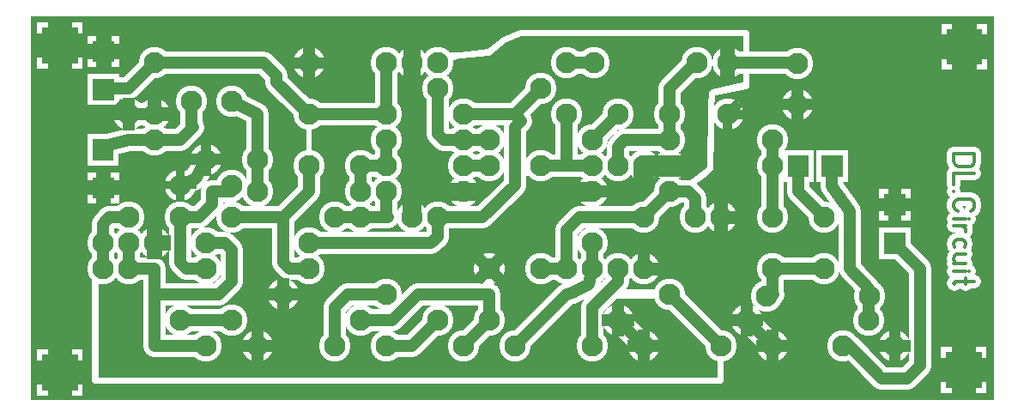
<source format=gbr>
%FSLAX34Y34*%
%MOMM*%
%LNCOPPER_BOTTOM*%
G71*
G01*
%ADD10C, 3.100*%
%ADD11C, 2.200*%
%ADD12C, 0.600*%
%ADD13C, 0.800*%
%ADD14C, 1.365*%
%ADD15C, 0.150*%
%ADD16C, 0.200*%
%ADD17C, 1.148*%
%ADD18C, 2.100*%
%ADD19C, 1.498*%
%ADD20C, 1.778*%
%ADD21C, 1.085*%
%ADD22C, 1.946*%
%ADD23C, 1.428*%
%ADD24C, 0.980*%
%ADD25C, 1.260*%
%ADD26C, 1.687*%
%ADD27C, 1.302*%
%ADD28C, 1.365*%
%ADD29C, 0.805*%
%ADD30C, 1.883*%
%ADD31C, 2.415*%
%ADD32C, 1.281*%
%ADD33C, 1.442*%
%ADD34C, 2.100*%
%ADD35C, 1.200*%
%ADD36C, 0.365*%
%LPD*%
G36*
X0Y1000000D02*
X950000Y1000000D01*
X950000Y622000D01*
X0Y622000D01*
X0Y1000000D01*
G37*
%LPC*%
X657125Y954405D02*
G54D10*
D03*
X555525Y954405D02*
G54D10*
D03*
X502820Y929005D02*
G54D10*
D03*
X401220Y929005D02*
G54D10*
D03*
X553620Y878205D02*
G54D10*
D03*
X452020Y878205D02*
G54D10*
D03*
X350420Y725805D02*
G54D10*
D03*
X248820Y725805D02*
G54D10*
D03*
X629820Y852805D02*
G54D10*
D03*
X731420Y852805D02*
G54D10*
D03*
X502820Y852805D02*
G54D10*
D03*
X502820Y751205D02*
G54D10*
D03*
X452020Y852805D02*
G54D10*
D03*
X452020Y751205D02*
G54D10*
D03*
X401220Y802005D02*
G54D10*
D03*
X401220Y700405D02*
G54D10*
D03*
X629820Y827405D02*
G54D10*
D03*
X629820Y725805D02*
G54D10*
D03*
X325020Y827405D02*
G54D10*
D03*
X223420Y827405D02*
G54D10*
D03*
X274220Y776605D02*
G54D10*
D03*
X172620Y776605D02*
G54D10*
D03*
X274220Y751205D02*
G54D10*
D03*
X172620Y751205D02*
G54D10*
D03*
X121820Y878205D02*
G54D10*
D03*
X121820Y776605D02*
G54D10*
D03*
X96420Y903605D02*
G54D10*
D03*
X96420Y802005D02*
G54D10*
D03*
X147220Y802005D02*
G54D10*
D03*
X147220Y700405D02*
G54D10*
D03*
X299620Y802005D02*
G54D10*
D03*
X198020Y802005D02*
G54D10*
D03*
X426620Y903605D02*
G54D10*
D03*
X426620Y878205D02*
G54D10*
D03*
X426620Y852805D02*
G54D10*
D03*
X426620Y827405D02*
G54D10*
D03*
X350420Y903605D02*
G54D10*
D03*
X350420Y878205D02*
G54D10*
D03*
X350420Y852805D02*
G54D10*
D03*
X350420Y827405D02*
G54D10*
D03*
X223420Y859155D02*
G54D10*
D03*
X172620Y859155D02*
G54D10*
D03*
X325020Y852805D02*
G54D10*
D03*
X274220Y852805D02*
G54D10*
D03*
X629820Y903605D02*
G54D10*
D03*
X579020Y903605D02*
G54D10*
D03*
X553620Y827405D02*
G54D10*
D03*
X553620Y776605D02*
G54D10*
D03*
X731420Y802005D02*
G54D10*
D03*
X731420Y751205D02*
G54D10*
D03*
X782220Y802005D02*
G54D10*
D03*
X782220Y751205D02*
G54D10*
D03*
X687018Y954168D02*
G54D10*
D03*
X687018Y903368D02*
G54D10*
D03*
X604420Y802005D02*
G54D10*
D03*
X604420Y751205D02*
G54D10*
D03*
X579020Y751205D02*
G54D10*
D03*
X553620Y751205D02*
G54D10*
D03*
X528220Y751205D02*
G54D10*
D03*
X401220Y954405D02*
G54D10*
D03*
X375820Y954405D02*
G54D10*
D03*
X350420Y954405D02*
G54D10*
D03*
X680620Y802005D02*
G54D10*
D03*
X655220Y802005D02*
G54D10*
D03*
X158020Y916305D02*
G54D10*
D03*
X198020Y916305D02*
G54D10*
D03*
X71020Y751205D02*
G54D10*
D03*
X96420Y751205D02*
G54D10*
D03*
X71020Y776605D02*
G54D10*
D03*
X96420Y776605D02*
G54D10*
D03*
X827061Y724521D02*
G54D10*
D03*
X725461Y724521D02*
G54D10*
D03*
X604420Y852805D02*
G54D10*
D03*
X579020Y852805D02*
G54D10*
D03*
X553620Y852805D02*
G54D10*
D03*
X121820Y954405D02*
G54D10*
D03*
X121820Y903605D02*
G54D10*
D03*
X528220Y954405D02*
G54D10*
D03*
X528220Y903605D02*
G54D10*
D03*
X198020Y833755D02*
G54D10*
D03*
X147220Y833755D02*
G54D10*
D03*
X375820Y802005D02*
G54D10*
D03*
X325020Y802005D02*
G54D10*
D03*
X274420Y954205D02*
G54D10*
D03*
X274420Y903405D02*
G54D10*
D03*
X826670Y700405D02*
G54D10*
D03*
G54D11*
X452020Y852805D02*
X426620Y852805D01*
G54D11*
X452020Y878205D02*
X426620Y878205D01*
G54D11*
X299620Y802005D02*
X325020Y802005D01*
X352020Y802005D01*
X350420Y803605D01*
X350420Y827405D01*
G54D11*
X325020Y827405D02*
X325020Y852805D01*
X350420Y852805D01*
X350420Y878205D01*
G54D11*
X350420Y903605D02*
X350420Y954405D01*
G54D11*
X629820Y903605D02*
X629820Y929005D01*
X655220Y954405D01*
G54D11*
X553620Y878205D02*
X579020Y903605D01*
G54D11*
X528220Y954405D02*
X553620Y954405D01*
G54D11*
X502820Y929005D02*
X477420Y903605D01*
X426620Y903605D01*
G54D11*
X477420Y903605D02*
X483770Y897255D01*
X477420Y890905D01*
X477420Y833755D01*
X445670Y802005D01*
X401220Y802005D01*
G54D11*
X121820Y954405D02*
X229770Y954405D01*
X242470Y941705D01*
X242470Y935355D01*
X274420Y903405D01*
G54D11*
X350420Y903605D02*
X350220Y903405D01*
X274420Y903405D01*
G54D11*
X198020Y916305D02*
X223420Y903605D01*
X223420Y852805D01*
G54D11*
X223420Y827405D02*
X223420Y852805D01*
G54D11*
X147220Y833755D02*
X162220Y840105D01*
X172620Y859155D01*
G54D11*
X147220Y802005D02*
X166270Y802005D01*
X178970Y814705D01*
X178970Y827405D01*
X198020Y827405D01*
G54D11*
X71020Y868680D02*
X76200Y873125D01*
X96420Y878205D01*
X121820Y878205D01*
G54D11*
X121820Y878205D02*
X147220Y878205D01*
X159920Y890905D01*
X158020Y892805D01*
X158020Y916305D01*
G54D11*
X756820Y852805D02*
X756820Y827405D01*
X782220Y802005D01*
G54D11*
X790475Y852805D02*
X789921Y833080D01*
X807620Y808355D01*
X807620Y751205D01*
X826298Y732155D01*
X826670Y700405D01*
G54D11*
X782220Y751205D02*
X731420Y751205D01*
G54D11*
X732055Y725805D02*
X731420Y726440D01*
X731420Y751205D01*
G54D11*
X629820Y827405D02*
X604420Y802005D01*
X540920Y802005D01*
X528220Y789305D01*
X528220Y751205D01*
X502820Y751205D01*
G54D11*
X553620Y751205D02*
X553620Y776605D01*
G54D11*
X629820Y827405D02*
X648870Y827405D01*
X655220Y821055D01*
X655220Y802005D01*
G54D11*
X579020Y852805D02*
X579020Y871855D01*
X585370Y878205D01*
X629820Y878205D01*
G54D11*
X96420Y751205D02*
X121820Y751205D01*
X121820Y725805D01*
X185320Y725805D01*
X198020Y738505D01*
G54D11*
X198020Y738505D02*
X198020Y770255D01*
X191670Y776605D01*
X172620Y776605D01*
G54D11*
X172620Y751205D02*
X153570Y751205D01*
X147220Y757555D01*
X147220Y802005D01*
G54D11*
X96420Y802005D02*
X77370Y802005D01*
X71020Y795655D01*
X71020Y776605D01*
G54D11*
X96420Y751205D02*
X96420Y776605D01*
G54D11*
X71020Y776605D02*
X71020Y751205D01*
G54D11*
X71020Y929005D02*
X96420Y929005D01*
X121820Y954405D01*
G54D11*
X502820Y852805D02*
X553620Y852805D01*
G54D11*
X528220Y903605D02*
X528220Y852805D01*
X350420Y675005D02*
G54D10*
D03*
X299620Y675005D02*
G54D10*
D03*
X325020Y700405D02*
G54D10*
D03*
X477420Y675005D02*
G54D10*
D03*
X426620Y675005D02*
G54D10*
D03*
X452020Y700405D02*
G54D10*
D03*
X604420Y675005D02*
G54D10*
D03*
X553620Y675005D02*
G54D10*
D03*
X579020Y700405D02*
G54D10*
D03*
X731420Y675005D02*
G54D10*
D03*
X680620Y675005D02*
G54D10*
D03*
X706020Y700405D02*
G54D10*
D03*
X852070Y675005D02*
G54D10*
D03*
X801270Y675005D02*
G54D10*
D03*
X826670Y700405D02*
G54D10*
D03*
X223420Y675005D02*
G54D10*
D03*
X172620Y675005D02*
G54D10*
D03*
X198020Y700405D02*
G54D10*
D03*
G54D11*
X731420Y675005D02*
X706020Y700405D01*
G54D11*
X629820Y725805D02*
X680620Y675005D01*
G54D11*
X604420Y675005D02*
X579020Y700405D01*
G54D11*
X553620Y675005D02*
X553620Y713105D01*
X579020Y738505D01*
X579020Y751205D01*
G54D11*
X477420Y675005D02*
X528220Y725805D01*
X533850Y727598D01*
X550402Y736177D01*
X553620Y751205D01*
G54D11*
X452020Y700405D02*
X426620Y675005D01*
G54D11*
X350420Y675005D02*
X375820Y675005D01*
X401220Y700405D01*
G54D11*
X299620Y675005D02*
X299620Y713105D01*
X312320Y725805D01*
X350420Y725805D01*
G54D11*
X147220Y700405D02*
X198020Y700405D01*
G54D11*
X172620Y675005D02*
X121820Y675005D01*
X121820Y725805D01*
G54D11*
X198020Y802005D02*
X248820Y802005D01*
X274220Y827405D01*
X274220Y852805D01*
G54D11*
X248820Y802005D02*
X248820Y757555D01*
X255170Y751205D01*
X274220Y751205D01*
G54D11*
X274220Y776605D02*
X394870Y776605D01*
X401220Y782955D01*
X401220Y802005D01*
G54D11*
X401220Y929005D02*
X401220Y884555D01*
X407570Y878205D01*
X426620Y878205D01*
G54D11*
X96420Y903605D02*
X121820Y903605D01*
G54D11*
X452020Y700405D02*
X452020Y725805D01*
X382170Y725805D01*
G54D11*
X325020Y700405D02*
X356770Y700405D01*
X382170Y725805D01*
G54D11*
X807620Y675005D02*
X839370Y643255D01*
X864770Y643255D01*
X877470Y655955D01*
X877470Y751205D01*
X852070Y776605D01*
X657125Y954405D02*
G54D10*
D03*
G54D11*
X629820Y903605D02*
X629820Y878205D01*
X731398Y878384D02*
G54D10*
D03*
G54D11*
X731420Y852805D02*
X731420Y802005D01*
G36*
X62815Y783565D02*
X62815Y739165D01*
X62815Y739165D01*
X62815Y783565D01*
G37*
G54D12*
X62815Y783565D02*
X62815Y739165D01*
X62815Y739165D01*
X62815Y783565D01*
G54D11*
X731420Y852805D02*
X731420Y878362D01*
X731398Y878384D01*
G54D11*
X687018Y954168D02*
X755010Y954405D01*
X755965Y953450D01*
G36*
X704850Y946150D02*
X704850Y933450D01*
X704835Y932027D01*
X671444Y925289D01*
X670169Y914044D01*
X670256Y908524D01*
X670493Y900488D01*
X670877Y892925D01*
X670166Y883960D01*
X670256Y882650D01*
X670030Y851333D01*
X666850Y847647D01*
X661620Y843305D01*
X649832Y835119D01*
X670019Y850426D01*
X670256Y913074D01*
X672353Y926062D01*
X704850Y933450D01*
X704850Y946150D01*
G37*
G54D12*
X704850Y946150D02*
X704850Y933450D01*
X704835Y932027D01*
X671444Y925289D01*
X670169Y914044D01*
X670256Y908524D01*
X670493Y900488D01*
X670877Y892925D01*
X670166Y883960D01*
X670256Y882650D01*
X670030Y851333D01*
X666850Y847647D01*
X661620Y843305D01*
X649832Y835119D01*
X670019Y850426D01*
X670256Y913074D01*
X672353Y926062D01*
X704850Y933450D01*
X704850Y946150D01*
G36*
X393231Y960389D02*
X403125Y954405D01*
X395605Y939800D01*
X396635Y942496D01*
X393945Y961062D01*
X393231Y960389D01*
G37*
G54D13*
X393231Y960389D02*
X403125Y954405D01*
X395605Y939800D01*
X396635Y942496D01*
X393945Y961062D01*
X393231Y960389D01*
G36*
X393945Y961062D02*
X416061Y960905D01*
X421965Y962335D01*
X422953Y962251D01*
X450850Y965200D01*
X466519Y977199D01*
X482600Y984250D01*
X704850Y984250D01*
X704850Y971550D01*
X704370Y959255D01*
X704850Y971550D01*
X704850Y984250D01*
X482600Y984250D01*
X466520Y977095D01*
X451263Y964993D01*
X423897Y962117D01*
X414422Y961974D01*
X393945Y961062D01*
G37*
G54D12*
X393945Y961062D02*
X416061Y960905D01*
X421965Y962335D01*
X422953Y962251D01*
X450850Y965200D01*
X466519Y977199D01*
X482600Y984250D01*
X704850Y984250D01*
X704850Y971550D01*
X704370Y959255D01*
X704850Y971550D01*
X704850Y984250D01*
X482600Y984250D01*
X466520Y977095D01*
X451263Y964993D01*
X423897Y962117D01*
X414422Y961974D01*
X393945Y961062D01*
G54D14*
X910123Y864620D02*
X930568Y864620D01*
X930568Y856953D01*
X929290Y853886D01*
X926734Y852353D01*
X913956Y852353D01*
X911401Y853886D01*
X910123Y856953D01*
X910123Y864620D01*
G54D14*
X930568Y845197D02*
X910123Y845197D01*
X910123Y834463D01*
G54D14*
X910123Y827308D02*
X910123Y827308D01*
G54D14*
X913956Y807885D02*
X911401Y809418D01*
X910123Y812485D01*
X910123Y815552D01*
X911401Y818618D01*
X913956Y820152D01*
X926734Y820152D01*
X929290Y818618D01*
X930568Y815552D01*
X930568Y812485D01*
X929290Y809418D01*
X926734Y807885D01*
G54D14*
X910123Y800729D02*
X921623Y800729D01*
G54D14*
X925456Y800729D02*
X925456Y800729D01*
G54D14*
X910123Y793573D02*
X921623Y793573D01*
G54D14*
X919068Y793573D02*
X921623Y790506D01*
X921623Y787439D01*
G54D14*
X920856Y772617D02*
X921623Y775684D01*
X920856Y778750D01*
X918301Y780284D01*
X913190Y780284D01*
X910634Y778750D01*
X910123Y775684D01*
X910634Y772617D01*
G54D14*
X921623Y756261D02*
X910123Y756261D01*
G54D14*
X912679Y756261D02*
X910634Y757794D01*
X910123Y760861D01*
X910634Y763927D01*
X912679Y765461D01*
X921623Y765461D01*
G54D14*
X910123Y749105D02*
X921623Y749105D01*
G54D14*
X925456Y749105D02*
X925456Y749105D01*
G54D14*
X930568Y738882D02*
X911401Y738882D01*
X910123Y737349D01*
X910634Y735815D01*
G54D14*
X921623Y741949D02*
X921623Y735815D01*
X71020Y776605D02*
G54D10*
D03*
X96420Y776605D02*
G54D10*
D03*
X96420Y751205D02*
G54D10*
D03*
X71020Y751205D02*
G54D10*
D03*
G36*
X276244Y890226D02*
X275831Y863628D01*
X272327Y863628D01*
X272327Y890226D01*
X276244Y890226D01*
G37*
G54D15*
X276244Y890226D02*
X275831Y863628D01*
X272327Y863628D01*
X272327Y890226D01*
X276244Y890226D01*
G36*
X56096Y912714D02*
X56096Y943714D01*
X87096Y943714D01*
X87096Y912714D01*
X56096Y912714D01*
G37*
G36*
X741320Y868305D02*
X772320Y868305D01*
X772320Y837305D01*
X741320Y837305D01*
X741320Y868305D01*
G37*
X629820Y878205D02*
G54D10*
D03*
X731420Y878205D02*
G54D10*
D03*
G36*
X483820Y859815D02*
X502820Y859815D01*
X502820Y843915D01*
X483820Y843915D01*
X483820Y859815D01*
G37*
G54D16*
X483820Y859815D02*
X502820Y859815D01*
X502820Y843915D01*
X483820Y843915D01*
X483820Y859815D01*
X755965Y913450D02*
G54D10*
D03*
X755965Y953450D02*
G54D10*
D03*
G36*
X898250Y992780D02*
X943250Y992780D01*
X943250Y947780D01*
X898250Y947780D01*
X898250Y992780D01*
G37*
G36*
X897615Y674010D02*
X942615Y674010D01*
X942615Y629010D01*
X897615Y629010D01*
X897615Y674010D01*
G37*
G36*
X6075Y994050D02*
X51075Y994050D01*
X51075Y949050D01*
X6075Y949050D01*
X6075Y994050D01*
G37*
G36*
X6075Y671470D02*
X51075Y671470D01*
X51075Y626470D01*
X6075Y626470D01*
X6075Y671470D01*
G37*
G36*
X603250Y641350D02*
X349250Y641350D01*
X95250Y641350D01*
X603250Y641350D01*
G37*
G54D12*
X603250Y641350D02*
X349250Y641350D01*
X95250Y641350D01*
X603250Y641350D01*
G36*
X62815Y739165D02*
X63500Y739165D01*
X63500Y641350D01*
X62815Y641350D01*
X62815Y739165D01*
G37*
G54D12*
X62815Y739165D02*
X63500Y739165D01*
X63500Y641350D01*
X62815Y641350D01*
X62815Y739165D01*
G36*
X95250Y641350D02*
X63500Y641350D01*
X63500Y641350D01*
X95250Y641350D01*
X95250Y641350D01*
G37*
G54D12*
X95250Y641350D02*
X63500Y641350D01*
X63500Y641350D01*
X95250Y641350D01*
X95250Y641350D01*
G36*
X603250Y641350D02*
X679450Y641350D01*
X679450Y641350D01*
X603250Y641350D01*
X603250Y641350D01*
G37*
G54D12*
X603250Y641350D02*
X679450Y641350D01*
X679450Y641350D01*
X603250Y641350D01*
X603250Y641350D01*
G36*
X679450Y641350D02*
X679450Y641350D01*
X679450Y660400D01*
X679450Y660400D01*
X679450Y641350D01*
G37*
G54D12*
X679450Y641350D02*
X679450Y641350D01*
X679450Y660400D01*
X679450Y660400D01*
X679450Y641350D01*
G36*
X617708Y728125D02*
X577604Y728125D01*
X577604Y725521D01*
X617708Y725521D01*
X617708Y728125D01*
G37*
G54D12*
X617708Y728125D02*
X577604Y728125D01*
X577604Y725521D01*
X617708Y725521D01*
X617708Y728125D01*
G36*
X836570Y792105D02*
X867570Y792105D01*
X867570Y761105D01*
X836570Y761105D01*
X836570Y792105D01*
G37*
G36*
X836570Y830205D02*
X867570Y830205D01*
X867570Y799205D01*
X836570Y799205D01*
X836570Y830205D01*
G37*
G36*
X774975Y868305D02*
X805975Y868305D01*
X805975Y837305D01*
X774975Y837305D01*
X774975Y868305D01*
G37*
G36*
X56096Y950179D02*
X56096Y981179D01*
X87096Y981179D01*
X87096Y950179D01*
X56096Y950179D01*
G37*
G36*
X55520Y853180D02*
X55520Y884180D01*
X86520Y884180D01*
X86520Y853180D01*
X55520Y853180D01*
G37*
G36*
X56096Y815559D02*
X56096Y846559D01*
X87096Y846559D01*
X87096Y815559D01*
X56096Y815559D01*
G37*
%LPD*%
G54D17*
G36*
X254560Y725805D02*
X254560Y709805D01*
X243080Y709805D01*
X243080Y725805D01*
X254560Y725805D01*
G37*
G36*
X248820Y720065D02*
X232820Y720065D01*
X232820Y731545D01*
X248820Y731545D01*
X248820Y720065D01*
G37*
G36*
X243080Y725805D02*
X243080Y741805D01*
X254560Y741805D01*
X254560Y725805D01*
X243080Y725805D01*
G37*
G36*
X248820Y731545D02*
X264820Y731545D01*
X264820Y720065D01*
X248820Y720065D01*
X248820Y731545D01*
G37*
G54D18*
G36*
X629820Y863305D02*
X645820Y863305D01*
X645820Y842305D01*
X629820Y842305D01*
X629820Y863305D01*
G37*
G36*
X629820Y842305D02*
X613820Y842305D01*
X613820Y863305D01*
X629820Y863305D01*
X629820Y842305D01*
G37*
G54D17*
G36*
X456079Y755264D02*
X467392Y743950D01*
X459275Y735832D01*
X447961Y747146D01*
X456079Y755264D01*
G37*
G36*
X456079Y747146D02*
X444765Y735832D01*
X436648Y743950D01*
X447961Y755264D01*
X456079Y747146D01*
G37*
G36*
X447961Y747146D02*
X436648Y758460D01*
X444765Y766578D01*
X456079Y755264D01*
X447961Y747146D01*
G37*
G36*
X447961Y755264D02*
X459275Y766578D01*
X467392Y758460D01*
X456079Y747146D01*
X447961Y755264D01*
G37*
G54D19*
G36*
X121820Y784095D02*
X137820Y784095D01*
X137820Y769115D01*
X121820Y769115D01*
X121820Y784095D01*
G37*
G36*
X129310Y776605D02*
X129310Y760605D01*
X114330Y760605D01*
X114330Y776605D01*
X129310Y776605D01*
G37*
G36*
X114330Y776605D02*
X114330Y792605D01*
X129310Y792605D01*
X129310Y776605D01*
X114330Y776605D01*
G37*
G54D17*
G36*
X96420Y909345D02*
X112420Y909345D01*
X112420Y897865D01*
X96420Y897865D01*
X96420Y909345D01*
G37*
G36*
X102160Y903605D02*
X102160Y887605D01*
X90680Y887605D01*
X90680Y903605D01*
X102160Y903605D01*
G37*
G36*
X96420Y897865D02*
X80420Y897865D01*
X80420Y909345D01*
X96420Y909345D01*
X96420Y897865D01*
G37*
G36*
X92361Y899546D02*
X81048Y910860D01*
X89165Y918978D01*
X100479Y907664D01*
X92361Y899546D01*
G37*
G36*
X90680Y903605D02*
X90680Y919605D01*
X102160Y919605D01*
X102160Y903605D01*
X90680Y903605D01*
G37*
G54D20*
G36*
X426620Y818515D02*
X410620Y818515D01*
X410620Y836295D01*
X426620Y836295D01*
X426620Y818515D01*
G37*
G36*
X426620Y836295D02*
X442620Y836295D01*
X442620Y818515D01*
X426620Y818515D01*
X426620Y836295D01*
G37*
G54D21*
G36*
X178045Y859155D02*
X178045Y843155D01*
X167195Y843155D01*
X167195Y859155D01*
X178045Y859155D01*
G37*
G36*
X172620Y853730D02*
X156620Y853730D01*
X156620Y864580D01*
X172620Y864580D01*
X172620Y853730D01*
G37*
G36*
X167195Y859155D02*
X167195Y875155D01*
X178045Y875155D01*
X178045Y859155D01*
X167195Y859155D01*
G37*
G36*
X172620Y864580D02*
X188620Y864580D01*
X188620Y853730D01*
X172620Y853730D01*
X172620Y864580D01*
G37*
G54D22*
G36*
X553620Y817675D02*
X537620Y817675D01*
X537620Y837135D01*
X553620Y837135D01*
X553620Y817675D01*
G37*
G54D23*
G36*
X694158Y954168D02*
X694158Y938168D01*
X679878Y938168D01*
X679878Y954168D01*
X694158Y954168D01*
G37*
G36*
X679878Y954168D02*
X679878Y970168D01*
X694158Y970168D01*
X694158Y954168D01*
X679878Y954168D01*
G37*
G54D24*
G36*
X687018Y908268D02*
X703018Y908268D01*
X703018Y898468D01*
X687018Y898468D01*
X687018Y908268D01*
G37*
G36*
X691918Y903368D02*
X691918Y887368D01*
X682118Y887368D01*
X682118Y903368D01*
X691918Y903368D01*
G37*
G36*
X683553Y906833D02*
X694867Y918146D01*
X701796Y911217D01*
X690483Y899903D01*
X683553Y906833D01*
G37*
G54D25*
G36*
X604420Y757505D02*
X620420Y757505D01*
X620420Y744905D01*
X604420Y744905D01*
X604420Y757505D01*
G37*
G36*
X598120Y751205D02*
X598120Y767205D01*
X610720Y767205D01*
X610720Y751205D01*
X598120Y751205D01*
G37*
G54D26*
G36*
X384255Y954405D02*
X384255Y938405D01*
X367385Y938405D01*
X367385Y954405D01*
X384255Y954405D01*
G37*
G36*
X367385Y954405D02*
X367385Y970405D01*
X384255Y970405D01*
X384255Y954405D01*
X367385Y954405D01*
G37*
G54D27*
G36*
X687130Y802005D02*
X687130Y786005D01*
X674110Y786005D01*
X674110Y802005D01*
X687130Y802005D01*
G37*
G36*
X674110Y802005D02*
X674110Y818005D01*
X687130Y818005D01*
X687130Y802005D01*
X674110Y802005D01*
G37*
G36*
X680620Y808515D02*
X696620Y808515D01*
X696620Y795495D01*
X680620Y795495D01*
X680620Y808515D01*
G37*
G54D18*
G36*
X614920Y852805D02*
X614920Y836805D01*
X593920Y836805D01*
X593920Y852805D01*
X614920Y852805D01*
G37*
G36*
X604420Y863305D02*
X620420Y863305D01*
X620420Y842305D01*
X604420Y842305D01*
X604420Y863305D01*
G37*
G54D28*
G36*
X121820Y910430D02*
X137820Y910430D01*
X137820Y896780D01*
X121820Y896780D01*
X121820Y910430D01*
G37*
G36*
X114995Y903605D02*
X114995Y919605D01*
X128645Y919605D01*
X128645Y903605D01*
X114995Y903605D01*
G37*
G54D29*
G36*
X151245Y833755D02*
X151245Y817755D01*
X143195Y817755D01*
X143195Y833755D01*
X151245Y833755D01*
G37*
G36*
X147220Y829730D02*
X131220Y829730D01*
X131220Y837780D01*
X147220Y837780D01*
X147220Y829730D01*
G37*
G36*
X143195Y833755D02*
X143195Y849755D01*
X151245Y849755D01*
X151245Y833755D01*
X143195Y833755D01*
G37*
G36*
X147220Y837780D02*
X163220Y837780D01*
X163220Y829730D01*
X147220Y829730D01*
X147220Y837780D01*
G37*
G54D30*
G36*
X366405Y802005D02*
X366405Y818005D01*
X385235Y818005D01*
X385235Y802005D01*
X366405Y802005D01*
G37*
G54D17*
G36*
X274420Y959945D02*
X290420Y959945D01*
X290420Y948465D01*
X274420Y948465D01*
X274420Y959945D01*
G37*
G36*
X280160Y954205D02*
X280160Y938205D01*
X268680Y938205D01*
X268680Y954205D01*
X280160Y954205D01*
G37*
G36*
X274420Y948465D02*
X258420Y948465D01*
X258420Y959945D01*
X274420Y959945D01*
X274420Y948465D01*
G37*
G36*
X268680Y954205D02*
X268680Y970205D01*
X280160Y970205D01*
X280160Y954205D01*
X268680Y954205D01*
G37*
G54D17*
G36*
X610160Y675005D02*
X610160Y659005D01*
X598680Y659005D01*
X598680Y675005D01*
X610160Y675005D01*
G37*
G36*
X604420Y669265D02*
X588420Y669265D01*
X588420Y680745D01*
X604420Y680745D01*
X604420Y669265D01*
G37*
G36*
X598680Y675005D02*
X598680Y691005D01*
X610160Y691005D01*
X610160Y675005D01*
X598680Y675005D01*
G37*
G36*
X604420Y680745D02*
X620420Y680745D01*
X620420Y669265D01*
X604420Y669265D01*
X604420Y680745D01*
G37*
G54D17*
G36*
X584760Y700405D02*
X584760Y684405D01*
X573280Y684405D01*
X573280Y700405D01*
X584760Y700405D01*
G37*
G36*
X579020Y694665D02*
X563020Y694665D01*
X563020Y706145D01*
X579020Y706145D01*
X579020Y694665D01*
G37*
G36*
X573280Y700405D02*
X573280Y716405D01*
X584760Y716405D01*
X584760Y700405D01*
X573280Y700405D01*
G37*
G36*
X579020Y706145D02*
X595020Y706145D01*
X595020Y694665D01*
X579020Y694665D01*
X579020Y706145D01*
G37*
G54D17*
G36*
X737160Y675005D02*
X737160Y659005D01*
X725680Y659005D01*
X725680Y675005D01*
X737160Y675005D01*
G37*
G36*
X731420Y669265D02*
X715420Y669265D01*
X715420Y680745D01*
X731420Y680745D01*
X731420Y669265D01*
G37*
G36*
X725680Y675005D02*
X725680Y691005D01*
X737160Y691005D01*
X737160Y675005D01*
X725680Y675005D01*
G37*
G36*
X731420Y680745D02*
X747420Y680745D01*
X747420Y669265D01*
X731420Y669265D01*
X731420Y680745D01*
G37*
G54D17*
G36*
X711760Y700405D02*
X711760Y684405D01*
X700280Y684405D01*
X700280Y700405D01*
X711760Y700405D01*
G37*
G36*
X706020Y694665D02*
X690020Y694665D01*
X690020Y706145D01*
X706020Y706145D01*
X706020Y694665D01*
G37*
G36*
X700280Y700405D02*
X700280Y716405D01*
X711760Y716405D01*
X711760Y700405D01*
X700280Y700405D01*
G37*
G36*
X706020Y706145D02*
X722020Y706145D01*
X722020Y694665D01*
X706020Y694665D01*
X706020Y706145D01*
G37*
G54D17*
G36*
X857810Y675005D02*
X857810Y659005D01*
X846330Y659005D01*
X846330Y675005D01*
X857810Y675005D01*
G37*
G36*
X852070Y669265D02*
X836070Y669265D01*
X836070Y680745D01*
X852070Y680745D01*
X852070Y669265D01*
G37*
G36*
X846330Y675005D02*
X846330Y691005D01*
X857810Y691005D01*
X857810Y675005D01*
X846330Y675005D01*
G37*
G36*
X852070Y680745D02*
X868070Y680745D01*
X868070Y669265D01*
X852070Y669265D01*
X852070Y680745D01*
G37*
G54D17*
G36*
X229160Y675005D02*
X229160Y659005D01*
X217680Y659005D01*
X217680Y675005D01*
X229160Y675005D01*
G37*
G36*
X223420Y669265D02*
X207420Y669265D01*
X207420Y680745D01*
X223420Y680745D01*
X223420Y669265D01*
G37*
G36*
X217680Y675005D02*
X217680Y691005D01*
X229160Y691005D01*
X229160Y675005D01*
X217680Y675005D01*
G37*
G36*
X223420Y680745D02*
X239420Y680745D01*
X239420Y669265D01*
X223420Y669265D01*
X223420Y680745D01*
G37*
G54D17*
G36*
X755965Y907710D02*
X739965Y907710D01*
X739965Y919190D01*
X755965Y919190D01*
X755965Y907710D01*
G37*
G36*
X750225Y913450D02*
X750225Y929450D01*
X761705Y929450D01*
X761705Y913450D01*
X750225Y913450D01*
G37*
G36*
X755965Y919190D02*
X771965Y919190D01*
X771965Y907710D01*
X755965Y907710D01*
X755965Y919190D01*
G37*
G36*
X761705Y913450D02*
X761705Y897450D01*
X750225Y897450D01*
X750225Y913450D01*
X761705Y913450D01*
G37*
G54D31*
G36*
X908675Y970280D02*
X908675Y993280D01*
X932825Y993280D01*
X932825Y970280D01*
X908675Y970280D01*
G37*
G36*
X920750Y982355D02*
X943750Y982355D01*
X943750Y958205D01*
X920750Y958205D01*
X920750Y982355D01*
G37*
G36*
X932825Y970280D02*
X932825Y947280D01*
X908675Y947280D01*
X908675Y970280D01*
X932825Y970280D01*
G37*
G36*
X920750Y958205D02*
X897750Y958205D01*
X897750Y982355D01*
X920750Y982355D01*
X920750Y958205D01*
G37*
G54D31*
G36*
X908040Y651510D02*
X908040Y674510D01*
X932190Y674510D01*
X932190Y651510D01*
X908040Y651510D01*
G37*
G36*
X920115Y663585D02*
X943115Y663585D01*
X943115Y639435D01*
X920115Y639435D01*
X920115Y663585D01*
G37*
G36*
X932190Y651510D02*
X932190Y628510D01*
X908040Y628510D01*
X908040Y651510D01*
X932190Y651510D01*
G37*
G36*
X920115Y639435D02*
X897115Y639435D01*
X897115Y663585D01*
X920115Y663585D01*
X920115Y639435D01*
G37*
G54D31*
G36*
X16500Y971550D02*
X16500Y994550D01*
X40650Y994550D01*
X40650Y971550D01*
X16500Y971550D01*
G37*
G36*
X28575Y983625D02*
X51575Y983625D01*
X51575Y959475D01*
X28575Y959475D01*
X28575Y983625D01*
G37*
G36*
X40650Y971550D02*
X40650Y948550D01*
X16500Y948550D01*
X16500Y971550D01*
X40650Y971550D01*
G37*
G36*
X28575Y959475D02*
X5575Y959475D01*
X5575Y983625D01*
X28575Y983625D01*
X28575Y959475D01*
G37*
G54D31*
G36*
X16500Y648970D02*
X16500Y671970D01*
X40650Y671970D01*
X40650Y648970D01*
X16500Y648970D01*
G37*
G36*
X28575Y661045D02*
X51575Y661045D01*
X51575Y636895D01*
X28575Y636895D01*
X28575Y661045D01*
G37*
G36*
X40650Y648970D02*
X40650Y625970D01*
X16500Y625970D01*
X16500Y648970D01*
X40650Y648970D01*
G37*
G36*
X28575Y636895D02*
X5575Y636895D01*
X5575Y661045D01*
X28575Y661045D01*
X28575Y636895D01*
G37*
G54D32*
G36*
X845665Y814705D02*
X845665Y830705D01*
X858475Y830705D01*
X858475Y814705D01*
X845665Y814705D01*
G37*
G36*
X852070Y821110D02*
X868070Y821110D01*
X868070Y808300D01*
X852070Y808300D01*
X852070Y821110D01*
G37*
G36*
X858475Y814705D02*
X858475Y798705D01*
X845665Y798705D01*
X845665Y814705D01*
X858475Y814705D01*
G37*
G36*
X852070Y808300D02*
X836070Y808300D01*
X836070Y821110D01*
X852070Y821110D01*
X852070Y808300D01*
G37*
G54D19*
G36*
X71596Y958189D02*
X55596Y958189D01*
X55596Y973169D01*
X71596Y973169D01*
X71596Y958189D01*
G37*
G36*
X64106Y965679D02*
X64106Y981679D01*
X79086Y981679D01*
X79086Y965679D01*
X64106Y965679D01*
G37*
G36*
X71596Y973169D02*
X87596Y973169D01*
X87596Y958189D01*
X71596Y958189D01*
X71596Y973169D01*
G37*
G36*
X79086Y965679D02*
X79086Y949679D01*
X64106Y949679D01*
X64106Y965679D01*
X79086Y965679D01*
G37*
G54D33*
G36*
X71596Y823849D02*
X55596Y823849D01*
X55596Y838269D01*
X71596Y838269D01*
X71596Y823849D01*
G37*
G36*
X64386Y831059D02*
X64386Y847059D01*
X78806Y847059D01*
X78806Y831059D01*
X64386Y831059D01*
G37*
G36*
X71596Y838269D02*
X87596Y838269D01*
X87596Y823849D01*
X71596Y823849D01*
X71596Y838269D01*
G37*
G36*
X78806Y831059D02*
X78806Y815059D01*
X64386Y815059D01*
X64386Y831059D01*
X78806Y831059D01*
G37*
X657125Y954405D02*
G54D34*
D03*
X555525Y954405D02*
G54D34*
D03*
X502820Y929005D02*
G54D34*
D03*
X401220Y929005D02*
G54D34*
D03*
X553620Y878205D02*
G54D34*
D03*
X452020Y878205D02*
G54D34*
D03*
X350420Y725805D02*
G54D34*
D03*
X248820Y725805D02*
G54D34*
D03*
X629820Y852805D02*
G54D34*
D03*
X731420Y852805D02*
G54D34*
D03*
X502820Y852805D02*
G54D34*
D03*
X502820Y751205D02*
G54D34*
D03*
X452020Y852805D02*
G54D34*
D03*
X452020Y751205D02*
G54D34*
D03*
X401220Y802005D02*
G54D34*
D03*
X401220Y700405D02*
G54D34*
D03*
X629820Y827405D02*
G54D34*
D03*
X629820Y725805D02*
G54D34*
D03*
X325020Y827405D02*
G54D34*
D03*
X223420Y827405D02*
G54D34*
D03*
X274220Y776605D02*
G54D34*
D03*
X172620Y776605D02*
G54D34*
D03*
X274220Y751205D02*
G54D34*
D03*
X172620Y751205D02*
G54D34*
D03*
X121820Y878205D02*
G54D34*
D03*
X121820Y776605D02*
G54D34*
D03*
X96420Y903605D02*
G54D34*
D03*
X96420Y802005D02*
G54D34*
D03*
X147220Y802005D02*
G54D34*
D03*
X147220Y700405D02*
G54D34*
D03*
X299620Y802005D02*
G54D34*
D03*
X198020Y802005D02*
G54D34*
D03*
X426620Y903605D02*
G54D34*
D03*
X426620Y878205D02*
G54D34*
D03*
X426620Y852805D02*
G54D34*
D03*
X426620Y827405D02*
G54D34*
D03*
X350420Y903605D02*
G54D34*
D03*
X350420Y878205D02*
G54D34*
D03*
X350420Y852805D02*
G54D34*
D03*
X350420Y827405D02*
G54D34*
D03*
X223420Y859155D02*
G54D34*
D03*
X172620Y859155D02*
G54D34*
D03*
X325020Y852805D02*
G54D34*
D03*
X274220Y852805D02*
G54D34*
D03*
X629820Y903605D02*
G54D34*
D03*
X579020Y903605D02*
G54D34*
D03*
X553620Y827405D02*
G54D34*
D03*
X553620Y776605D02*
G54D34*
D03*
X731420Y802005D02*
G54D34*
D03*
X731420Y751205D02*
G54D34*
D03*
X782220Y802005D02*
G54D34*
D03*
X782220Y751205D02*
G54D34*
D03*
X687018Y954168D02*
G54D34*
D03*
X687018Y903368D02*
G54D34*
D03*
X604420Y802005D02*
G54D34*
D03*
X604420Y751205D02*
G54D34*
D03*
X579020Y751205D02*
G54D34*
D03*
X553620Y751205D02*
G54D34*
D03*
X528220Y751205D02*
G54D34*
D03*
X401220Y954405D02*
G54D34*
D03*
X375820Y954405D02*
G54D34*
D03*
X350420Y954405D02*
G54D34*
D03*
X680620Y802005D02*
G54D34*
D03*
X655220Y802005D02*
G54D34*
D03*
X158020Y916305D02*
G54D34*
D03*
X198020Y916305D02*
G54D34*
D03*
X71020Y751205D02*
G54D34*
D03*
X96420Y751205D02*
G54D34*
D03*
X71020Y776605D02*
G54D34*
D03*
X96420Y776605D02*
G54D34*
D03*
X827061Y724521D02*
G54D34*
D03*
X725461Y724521D02*
G54D34*
D03*
X604420Y852805D02*
G54D34*
D03*
X579020Y852805D02*
G54D34*
D03*
X553620Y852805D02*
G54D34*
D03*
X121820Y954405D02*
G54D34*
D03*
X121820Y903605D02*
G54D34*
D03*
X528220Y954405D02*
G54D34*
D03*
X528220Y903605D02*
G54D34*
D03*
X198020Y833755D02*
G54D34*
D03*
X147220Y833755D02*
G54D34*
D03*
X375820Y802005D02*
G54D34*
D03*
X325020Y802005D02*
G54D34*
D03*
X274420Y954205D02*
G54D34*
D03*
X274420Y903405D02*
G54D34*
D03*
X826670Y700405D02*
G54D34*
D03*
G54D35*
X452020Y852805D02*
X426620Y852805D01*
G54D35*
X452020Y878205D02*
X426620Y878205D01*
G54D35*
X299620Y802005D02*
X325020Y802005D01*
X352020Y802005D01*
X350420Y803605D01*
X350420Y827405D01*
G54D35*
X325020Y827405D02*
X325020Y852805D01*
X350420Y852805D01*
X350420Y878205D01*
G54D35*
X350420Y903605D02*
X350420Y954405D01*
G54D35*
X629820Y903605D02*
X629820Y929005D01*
X655220Y954405D01*
G54D35*
X553620Y878205D02*
X579020Y903605D01*
G54D35*
X528220Y954405D02*
X553620Y954405D01*
G54D35*
X502820Y929005D02*
X477420Y903605D01*
X426620Y903605D01*
G54D35*
X477420Y903605D02*
X483770Y897255D01*
X477420Y890905D01*
X477420Y833755D01*
X445670Y802005D01*
X401220Y802005D01*
G54D35*
X121820Y954405D02*
X229770Y954405D01*
X242470Y941705D01*
X242470Y935355D01*
X274420Y903405D01*
G54D35*
X350420Y903605D02*
X350220Y903405D01*
X274420Y903405D01*
G54D35*
X198020Y916305D02*
X223420Y903605D01*
X223420Y852805D01*
G54D35*
X223420Y827405D02*
X223420Y852805D01*
G54D35*
X147220Y833755D02*
X162220Y840105D01*
X172620Y859155D01*
G54D35*
X147220Y802005D02*
X166270Y802005D01*
X178970Y814705D01*
X178970Y827405D01*
X198020Y827405D01*
G54D35*
X71020Y868680D02*
X76200Y873125D01*
X96420Y878205D01*
X121820Y878205D01*
G54D35*
X121820Y878205D02*
X147220Y878205D01*
X159920Y890905D01*
X158020Y892805D01*
X158020Y916305D01*
G54D35*
X756820Y852805D02*
X756820Y827405D01*
X782220Y802005D01*
G54D35*
X790475Y852805D02*
X789921Y833080D01*
X807620Y808355D01*
X807620Y751205D01*
X826298Y732155D01*
X826670Y700405D01*
G54D35*
X782220Y751205D02*
X731420Y751205D01*
G54D35*
X732055Y725805D02*
X731420Y726440D01*
X731420Y751205D01*
G54D35*
X629820Y827405D02*
X604420Y802005D01*
X540920Y802005D01*
X528220Y789305D01*
X528220Y751205D01*
X502820Y751205D01*
G54D35*
X553620Y751205D02*
X553620Y776605D01*
G54D35*
X629820Y827405D02*
X648870Y827405D01*
X655220Y821055D01*
X655220Y802005D01*
G54D35*
X579020Y852805D02*
X579020Y871855D01*
X585370Y878205D01*
X629820Y878205D01*
G54D35*
X96420Y751205D02*
X121820Y751205D01*
X121820Y725805D01*
X185320Y725805D01*
X198020Y738505D01*
G54D35*
X198020Y738505D02*
X198020Y770255D01*
X191670Y776605D01*
X172620Y776605D01*
G54D35*
X172620Y751205D02*
X153570Y751205D01*
X147220Y757555D01*
X147220Y802005D01*
G54D35*
X96420Y802005D02*
X77370Y802005D01*
X71020Y795655D01*
X71020Y776605D01*
G54D35*
X96420Y751205D02*
X96420Y776605D01*
G54D35*
X71020Y776605D02*
X71020Y751205D01*
G54D35*
X71020Y929005D02*
X96420Y929005D01*
X121820Y954405D01*
G54D35*
X502820Y852805D02*
X553620Y852805D01*
G54D35*
X528220Y903605D02*
X528220Y852805D01*
X350420Y675005D02*
G54D34*
D03*
X299620Y675005D02*
G54D34*
D03*
X325020Y700405D02*
G54D34*
D03*
X477420Y675005D02*
G54D34*
D03*
X426620Y675005D02*
G54D34*
D03*
X452020Y700405D02*
G54D34*
D03*
X604420Y675005D02*
G54D34*
D03*
X553620Y675005D02*
G54D34*
D03*
X579020Y700405D02*
G54D34*
D03*
X731420Y675005D02*
G54D34*
D03*
X680620Y675005D02*
G54D34*
D03*
X706020Y700405D02*
G54D34*
D03*
X852070Y675005D02*
G54D34*
D03*
X801270Y675005D02*
G54D34*
D03*
X826670Y700405D02*
G54D34*
D03*
X223420Y675005D02*
G54D34*
D03*
X172620Y675005D02*
G54D34*
D03*
X198020Y700405D02*
G54D34*
D03*
G54D35*
X731420Y675005D02*
X706020Y700405D01*
G54D35*
X629820Y725805D02*
X680620Y675005D01*
G54D35*
X604420Y675005D02*
X579020Y700405D01*
G54D35*
X553620Y675005D02*
X553620Y713105D01*
X579020Y738505D01*
X579020Y751205D01*
G54D35*
X477420Y675005D02*
X528220Y725805D01*
X533850Y727598D01*
X550402Y736177D01*
X553620Y751205D01*
G54D35*
X452020Y700405D02*
X426620Y675005D01*
G54D35*
X350420Y675005D02*
X375820Y675005D01*
X401220Y700405D01*
G54D35*
X299620Y675005D02*
X299620Y713105D01*
X312320Y725805D01*
X350420Y725805D01*
G54D35*
X147220Y700405D02*
X198020Y700405D01*
G54D35*
X172620Y675005D02*
X121820Y675005D01*
X121820Y725805D01*
G54D35*
X198020Y802005D02*
X248820Y802005D01*
X274220Y827405D01*
X274220Y852805D01*
G54D35*
X248820Y802005D02*
X248820Y757555D01*
X255170Y751205D01*
X274220Y751205D01*
G54D35*
X274220Y776605D02*
X394870Y776605D01*
X401220Y782955D01*
X401220Y802005D01*
G54D35*
X604420Y852805D02*
X629820Y852805D01*
G54D35*
X401220Y929005D02*
X401220Y884555D01*
X407570Y878205D01*
X426620Y878205D01*
G54D35*
X96420Y903605D02*
X121820Y903605D01*
G54D35*
X452020Y700405D02*
X452020Y725805D01*
X382170Y725805D01*
G54D35*
X325020Y700405D02*
X356770Y700405D01*
X382170Y725805D01*
G54D35*
X807620Y675005D02*
X839370Y643255D01*
X864770Y643255D01*
X877470Y655955D01*
X877470Y751205D01*
X852070Y776605D01*
X657125Y954405D02*
G54D34*
D03*
G54D35*
X629820Y903605D02*
X629820Y878205D01*
G54D35*
X604420Y852805D02*
X604420Y838200D01*
X593625Y827405D01*
X553620Y827405D01*
X731398Y878384D02*
G54D34*
D03*
G54D35*
X731420Y852805D02*
X731420Y802005D01*
G54D35*
X731420Y852805D02*
X731420Y878362D01*
X731398Y878384D01*
G54D35*
X687018Y954168D02*
X755010Y954405D01*
X755965Y953450D01*
G54D36*
X910123Y864620D02*
X930568Y864620D01*
X930568Y856953D01*
X929290Y853886D01*
X926734Y852353D01*
X913956Y852353D01*
X911401Y853886D01*
X910123Y856953D01*
X910123Y864620D01*
G54D36*
X930568Y845197D02*
X910123Y845197D01*
X910123Y834463D01*
G54D36*
X910123Y827308D02*
X910123Y827308D01*
G54D36*
X913956Y807885D02*
X911401Y809418D01*
X910123Y812485D01*
X910123Y815552D01*
X911401Y818618D01*
X913956Y820152D01*
X926734Y820152D01*
X929290Y818618D01*
X930568Y815552D01*
X930568Y812485D01*
X929290Y809418D01*
X926734Y807885D01*
G54D36*
X910123Y800729D02*
X921623Y800729D01*
G54D36*
X925456Y800729D02*
X925456Y800729D01*
G54D36*
X910123Y793573D02*
X921623Y793573D01*
G54D36*
X919068Y793573D02*
X921623Y790506D01*
X921623Y787439D01*
G54D36*
X920856Y772617D02*
X921623Y775684D01*
X920856Y778750D01*
X918301Y780284D01*
X913190Y780284D01*
X910634Y778750D01*
X910123Y775684D01*
X910634Y772617D01*
G54D36*
X921623Y756261D02*
X910123Y756261D01*
G54D36*
X912679Y756261D02*
X910634Y757794D01*
X910123Y760861D01*
X910634Y763927D01*
X912679Y765461D01*
X921623Y765461D01*
G54D36*
X910123Y749105D02*
X921623Y749105D01*
G54D36*
X925456Y749105D02*
X925456Y749105D01*
G54D36*
X930568Y738882D02*
X911401Y738882D01*
X910123Y737349D01*
X910634Y735815D01*
G54D36*
X921623Y741949D02*
X921623Y735815D01*
X71020Y776605D02*
G54D34*
D03*
X96420Y776605D02*
G54D34*
D03*
X96420Y751205D02*
G54D34*
D03*
X71020Y751205D02*
G54D34*
D03*
G36*
X61096Y917714D02*
X61096Y938714D01*
X82096Y938714D01*
X82096Y917714D01*
X61096Y917714D01*
G37*
G36*
X746320Y863305D02*
X767320Y863305D01*
X767320Y842305D01*
X746320Y842305D01*
X746320Y863305D01*
G37*
X629820Y878205D02*
G54D34*
D03*
X731420Y878205D02*
G54D34*
D03*
X755965Y913450D02*
G54D34*
D03*
X755965Y953450D02*
G54D34*
D03*
G36*
X903250Y987780D02*
X938250Y987780D01*
X938250Y952780D01*
X903250Y952780D01*
X903250Y987780D01*
G37*
G36*
X902615Y669010D02*
X937615Y669010D01*
X937615Y634010D01*
X902615Y634010D01*
X902615Y669010D01*
G37*
G36*
X11075Y989050D02*
X46075Y989050D01*
X46075Y954050D01*
X11075Y954050D01*
X11075Y989050D01*
G37*
G36*
X11075Y666470D02*
X46075Y666470D01*
X46075Y631470D01*
X11075Y631470D01*
X11075Y666470D01*
G37*
G36*
X841570Y787105D02*
X862570Y787105D01*
X862570Y766105D01*
X841570Y766105D01*
X841570Y787105D01*
G37*
G36*
X841570Y825205D02*
X862570Y825205D01*
X862570Y804205D01*
X841570Y804205D01*
X841570Y825205D01*
G37*
G36*
X779975Y863305D02*
X800975Y863305D01*
X800975Y842305D01*
X779975Y842305D01*
X779975Y863305D01*
G37*
G36*
X61096Y955179D02*
X61096Y976179D01*
X82096Y976179D01*
X82096Y955179D01*
X61096Y955179D01*
G37*
G36*
X60520Y858180D02*
X60520Y879180D01*
X81520Y879180D01*
X81520Y858180D01*
X60520Y858180D01*
G37*
G36*
X61096Y820559D02*
X61096Y841559D01*
X82096Y841559D01*
X82096Y820559D01*
X61096Y820559D01*
G37*
M02*

</source>
